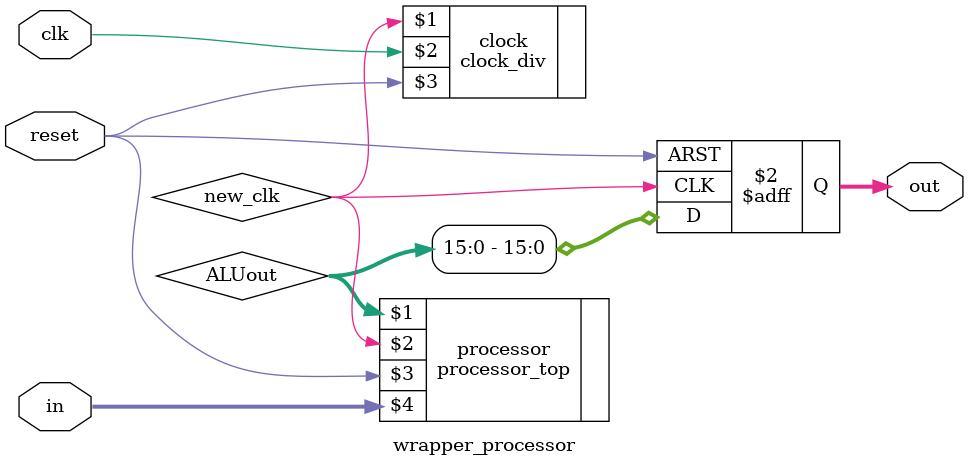
<source format=v>


module wrapper_processor(in, out, reset, clk);
    input[3:0] in;
    output reg [15:0] out;
    input reset, clk;
    wire new_clk;
    wire [31:0] ALUout;

    clock_div clock(new_clk, clk, reset);
    processor_top processor(ALUout, new_clk, reset,in);
    always @(posedge new_clk or posedge reset) begin
        if (reset) out <= 16'b0;
        else out <= ALUout[15:0];
    end
endmodule

</source>
